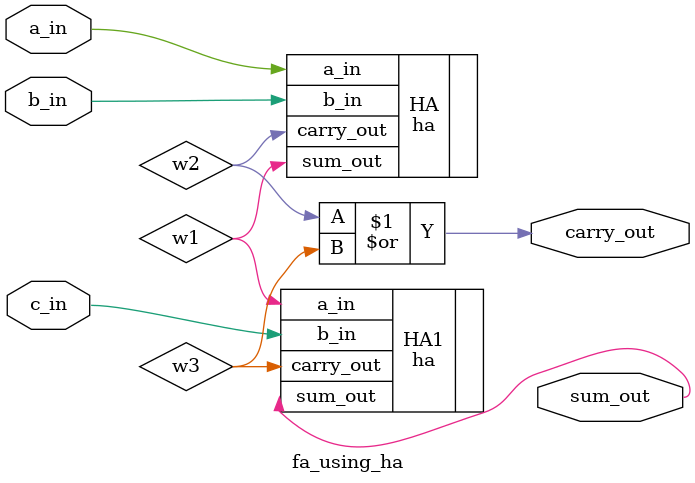
<source format=v>
`timescale 1ns / 1ps


module fa_using_ha(sum_out,carry_out,a_in,b_in,c_in);
input a_in,b_in,c_in;
output sum_out,carry_out;
wire w1,w2,w3;
ha HA(.a_in(a_in),.b_in(b_in),.carry_out(w2),.sum_out(w1));
ha HA1(.a_in(w1),.b_in(c_in),.carry_out(w3),.sum_out(sum_out));
or(carry_out,w2,w3);
endmodule

</source>
